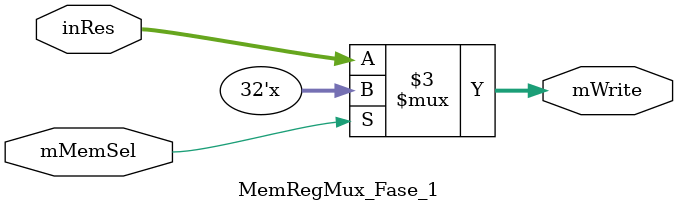
<source format=v>
module MemRegMux_Fase_1(
	input [31:0]inRes,
	input mMemSel,
	output reg [31:0]mWrite
);

//2 - Declaracion de cables y registros

//3 - Cuerpo del modulo

//Bloques secuenciales
always @*
begin
	case(mMemSel)
	1'b0:
		begin
			mWrite = inRes;
		end
	default:
		begin
			mWrite = 32'bz;
		end
	endcase
end

endmodule


</source>
